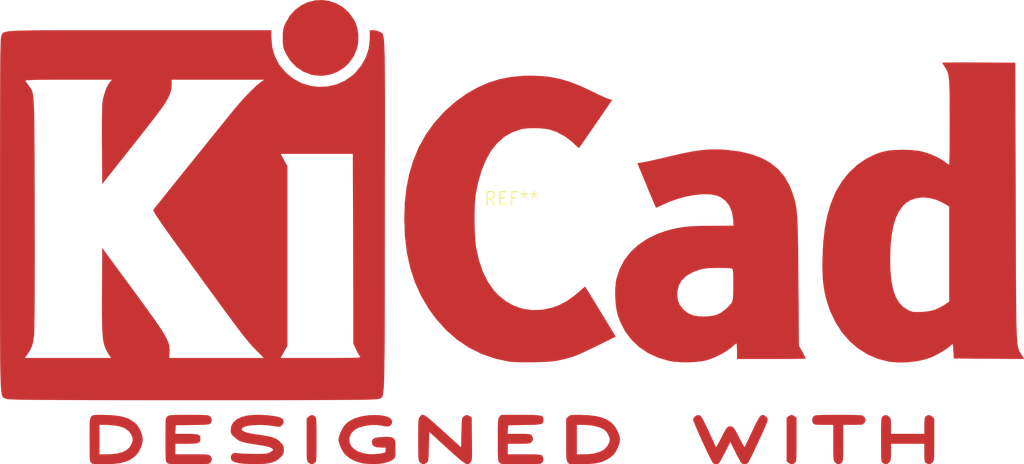
<source format=kicad_pcb>
(kicad_pcb (version 20240108) (generator pcbnew)
  (layers (0 "F.Cu" signal) (31 "B.Cu" signal) (34 "B.Paste" user) (35 "F.Paste" user) (36 "B.SilkS" user "B.Silkscreen") (37 "F.SilkS" user "F.Silkscreen") (38 "B.Mask" user) (39 "F.Mask" user) (44 "Edge.Cuts" user))
  (net 0 "")
  (footprint "KiCad-Logo2_40mm_Copper" (layer "F.Cu") (at 0 0)
    (property "Reference" "REF**")
    (property "Value" "KiCad-Logo2_40mm_Copper")
    (fp_poly (pts (xy 27.965525 21.545023) (xy 28.123846 21.643638) (xy 28.30178 21.78772) (xy 28.30178 23.934538) (xy 28.301214 24.562512) (xy 28.298787 25.057262) (xy 28.293409 25.436301) (xy 28.28399 25.717145) (xy 28.269437 25.917309) (xy 28.248662 26.054306) (xy 28.220572 26.145653) (xy 28.184077 26.208864) (xy 28.1582 26.24001) (xy 27.948297 26.376833) (xy 27.709274 26.371253) (xy 27.499893 26.254582) (xy 27.321958 26.1105) (xy 27.321958 21.78772) (xy 27.499893 21.643638) (xy 27.671626 21.538829) (xy 27.811869 21.499555) (xy 27.965525 21.545023)) (layer "F.Cu") (stroke (width 0.01)) (fill solid))
    (fp_poly (pts (xy -19.521068 21.650297) (xy -19.477131 21.70086) (xy -19.442664 21.766088) (xy -19.416523 21.863456) (xy -19.397561 22.010435) (xy -19.384632 22.224501) (xy -19.376591 22.523127) (xy -19.372292 22.923787) (xy -19.37059 23.443953) (xy -19.370326 23.94911) (xy -19.370791 24.575684) (xy -19.37295 25.068991) (xy -19.377948 25.446504) (xy -19.386932 25.725697) (xy -19.401047 25.924043) (xy -19.421439 26.059017) (xy -19.449254 26.148092) (xy -19.485637 26.208742) (xy -19.521068 26.247923) (xy -19.741418 26.379321) (xy -19.976202 26.367529) (xy -20.186268 26.224223) (xy -20.234534 26.168273) (xy -20.272255 26.103358) (xy -20.300731 26.011534) (xy -20.32126 25.874855) (xy -20.33514 25.675378) (xy -20.34367 25.395156) (xy -20.348149 25.016246) (xy -20.349875 24.520702) (xy -20.350148 23.959669) (xy -20.350148 21.869558) (xy -20.165147 21.684557) (xy -19.937112 21.52891) (xy -19.715914 21.5233) (xy -19.521068 21.650297)) (layer "F.Cu") (stroke (width 0.01)) (fill solid))
    (fp_poly (pts (xy -18.076147 -19.650519) (xy -17.392473 -19.413475) (xy -16.755948 -19.040369) (xy -16.187475 -18.531249) (xy -15.707957 -17.886164) (xy -15.492558 -17.47957) (xy -15.306139 -16.910856) (xy -15.215783 -16.254297) (xy -15.225791 -15.579316) (xy -15.336888 -14.967668) (xy -15.640538 -14.220254) (xy -16.080859 -13.571926) (xy -16.635471 -13.035442) (xy -17.281992 -12.623556) (xy -17.998045 -12.349026) (xy -18.761249 -12.224609) (xy -19.549223 -12.26306) (xy -19.937635 -12.345233) (xy -20.694616 -12.639697) (xy -21.366937 -13.089033) (xy -21.938382 -13.679389) (xy -22.392732 -14.396911) (xy -22.431172 -14.475269) (xy -22.564057 -14.769316) (xy -22.647495 -15.016965) (xy -22.692796 -15.278216) (xy -22.711271 -15.613068) (xy -22.714337 -15.977419) (xy -22.709267 -16.415171) (xy -22.68638 -16.731635) (xy -22.634165 -16.987491) (xy -22.541108 -17.243421) (xy -22.426241 -17.495922) (xy -21.997791 -18.212699) (xy -21.470172 -18.793068) (xy -20.864288 -19.237078) (xy -20.201041 -19.544779) (xy -19.501333 -19.71622) (xy -18.786068 -19.75145) (xy -18.076147 -19.650519)) (layer "F.Cu") (stroke (width 0.01)) (fill solid))
    (fp_poly (pts (xy 33.13619 21.500201) (xy 33.661685 21.502726) (xy 34.06956 21.50801) (xy 34.376375 21.516933) (xy 34.598689 21.530377) (xy 34.753061 21.549221) (xy 34.856051 21.574347) (xy 34.924218 21.606634) (xy 34.957207 21.631454) (xy 35.128421 21.84868) (xy 35.149133 22.074218) (xy 35.043328 22.279107) (xy 34.974137 22.360979) (xy 34.89968 22.416805) (xy 34.791776 22.451571) (xy 34.622242 22.470262) (xy 34.362895 22.477866) (xy 33.985552 22.47937) (xy 33.911443 22.479377) (xy 32.937092 22.479377) (xy 32.937092 24.288279) (xy 32.93645 24.858447) (xy 32.933535 25.297163) (xy 32.926864 25.623713) (xy 32.914953 25.857385) (xy 32.896318 26.017466) (xy 32.869475 26.123244) (xy 32.832942 26.194005) (xy 32.78635 26.247923) (xy 32.566473 26.380422) (xy 32.336938 26.369982) (xy 32.128776 26.218808) (xy 32.113482 26.200073) (xy 32.063694 26.129251) (xy 32.025762 26.046386) (xy 31.998082 25.931342) (xy 31.979048 25.763987) (xy 31.967055 25.524184) (xy 31.960499 25.191799) (xy 31.957773 24.746698) (xy 31.95727 24.240429) (xy 31.95727 22.479377) (xy 31.026815 22.479377) (xy 30.62752 22.476675) (xy 30.351085 22.466145) (xy 30.169686 22.444154) (xy 30.055501 22.407066) (xy 29.980704 22.351247) (xy 29.971622 22.341543) (xy 29.86241 22.119623) (xy 29.872068 21.868738) (xy 29.997626 21.650297) (xy 30.046183 21.607925) (xy 30.108788 21.574329) (xy 30.202138 21.548491) (xy 30.342927 21.529398) (xy 30.547851 21.516034) (xy 30.833605 21.507384) (xy 31.216884 21.502433) (xy 31.714385 21.500165) (xy 32.342802 21.499564) (xy 32.476517 21.499555) (xy 33.13619 21.500201)) (layer "F.Cu") (stroke (width 0.01)) (fill solid))
    (fp_poly (pts (xy 41.587101 21.536052) (xy 41.796601 21.684557) (xy 41.981602 21.869558) (xy 41.981602 23.93552) (xy 41.981119 24.548956) (xy 41.978827 25.029939) (xy 41.973467 25.396752) (xy 41.963775 25.667684) (xy 41.948492 25.86102) (xy 41.926355 25.995045) (xy 41.896103 26.088048) (xy 41.856474 26.158313) (xy 41.82539 26.200073) (xy 41.620212 26.36414) (xy 41.384621 26.381948) (xy 41.169293 26.281335) (xy 41.098141 26.221935) (xy 41.050579 26.143033) (xy 41.021891 26.015977) (xy 41.00736 25.812112) (xy 41.002268 25.502787) (xy 41.00178 25.263827) (xy 41.00178 24.36365) (xy 37.68546 24.36365) (xy 37.68546 25.182566) (xy 37.682031 25.557033) (xy 37.66831 25.814387) (xy 37.639149 25.98817) (xy 37.589398 26.111922) (xy 37.529248 26.200073) (xy 37.322921 26.363679) (xy 37.089588 26.383052) (xy 36.866208 26.266766) (xy 36.805221 26.205806) (xy 36.762147 26.124993) (xy 36.733737 25.999114) (xy 36.716741 25.802954) (xy 36.707911 25.511301) (xy 36.703999 25.098942) (xy 36.703541 25.004303) (xy 36.700311 24.227356) (xy 36.698646 23.587049) (xy 36.699189 23.069281) (xy 36.702582 22.659953) (xy 36.709467 22.344965) (xy 36.720489 22.110216) (xy 36.736287 21.941608) (xy 36.757507 21.82504) (xy 36.784789 21.746413) (xy 36.818776 21.691626) (xy 36.85638 21.650297) (xy 37.069104 21.518095) (xy 37.290959 21.536052) (xy 37.500459 21.684557) (xy 37.585234 21.780368) (xy 37.639273 21.8862) (xy 37.669424 22.036931) (xy 37.682537 22.267438) (xy 37.685458 22.612597) (xy 37.68546 22.626693) (xy 37.68546 23.383828) (xy 41.00178 23.383828) (xy 41.00178 22.592434) (xy 41.005164 22.22784) (xy 41.018756 21.981656) (xy 41.047715 21.821635) (xy 41.097201 21.71553) (xy 41.152522 21.650297) (xy 41.365247 21.518095) (xy 41.587101 21.536052)) (layer "F.Cu") (stroke (width 0.01)) (fill solid))
    (fp_poly (pts (xy 6.7988 21.500944) (xy 7.659938 21.53006) (xy 8.392374 21.618358) (xy 9.008186 21.771123) (xy 9.519449 21.993641) (xy 9.938241 22.2912) (xy 10.276637 22.669085) (xy 10.546715 23.132583) (xy 10.552028 23.143885) (xy 10.713212 23.558713) (xy 10.770642 23.926101) (xy 10.724098 24.295835) (xy 10.573358 24.7177) (xy 10.54477 24.781898) (xy 10.349815 25.157636) (xy 10.130714 25.447968) (xy 9.847937 25.694772) (xy 9.461953 25.939923) (xy 9.439529 25.952722) (xy 9.103517 26.114128) (xy 8.723734 26.234673) (xy 8.275773 26.318513) (xy 7.735229 26.369806) (xy 7.077699 26.39271) (xy 6.845381 26.3947) (xy 5.739131 26.398665) (xy 5.582918 26.200073) (xy 5.536582 26.134771) (xy 5.500434 26.058512) (xy 5.473213 25.95301) (xy 5.453659 25.799978) (xy 5.44051 25.581131) (xy 5.436222 25.418843) (xy 6.481899 25.418843) (xy 7.108709 25.418843) (xy 7.475502 25.408118) (xy 7.852034 25.37989) (xy 8.161062 25.340081) (xy 8.179714 25.336729) (xy 8.728589 25.189481) (xy 9.154321 24.968251) (xy 9.47038 24.662777) (xy 9.690236 24.262796) (xy 9.728467 24.156786) (xy 9.76594 23.991686) (xy 9.749717 23.828571) (xy 9.670774 23.611573) (xy 9.62319 23.504973) (xy 9.467362 23.221699) (xy 9.279617 23.022965) (xy 9.073046 22.884571) (xy 8.659267 22.704476) (xy 8.129716 22.574021) (xy 7.512816 22.4989) (xy 7.066024 22.482369) (xy 6.481899 22.479377) (xy 6.481899 25.418843) (xy 5.436222 25.418843) (xy 5.432504 25.278182) (xy 5.428379 24.872845) (xy 5.426876 24.346833) (xy 5.426706 23.93552) (xy 5.426706 21.869558) (xy 5.611708 21.684557) (xy 5.693813 21.609568) (xy 5.782591 21.558215) (xy 5.906568 21.526085) (xy 6.094271 21.508766) (xy 6.374223 21.501846) (xy 6.774952 21.500912) (xy 6.7988 21.500944)) (layer "F.Cu") (stroke (width 0.01)) (fill solid))
    (fp_poly (pts (xy -40.869689 21.49955) (xy -40.606083 21.502228) (xy -39.833679 21.520866) (xy -39.186792 21.576226) (xy -38.643377 21.674248) (xy -38.181384 21.82087) (xy -37.778768 22.022031) (xy -37.413481 22.28367) (xy -37.28301 22.397323) (xy -37.066581 22.663256) (xy -36.871424 23.024119) (xy -36.721009 23.424118) (xy -36.638806 23.807456) (xy -36.630267 23.94911) (xy -36.683789 24.341784) (xy -36.82722 24.770707) (xy -37.034859 25.176697) (xy -37.281003 25.500569) (xy -37.320985 25.539645) (xy -37.659648 25.814309) (xy -38.030507 26.028718) (xy -38.454943 26.18849) (xy -38.954338 26.299242) (xy -39.550071 26.366592) (xy -40.263525 26.396159) (xy -40.590319 26.398665) (xy -41.005826 26.396665) (xy -41.298031 26.388299) (xy -41.494348 26.370022) (xy -41.62219 26.338286) (xy -41.708972 26.289545) (xy -41.75549 26.247923) (xy -41.799427 26.19736) (xy -41.833894 26.132132) (xy -41.860035 26.034765) (xy -41.878997 25.887785) (xy -41.891926 25.673719) (xy -41.899966 25.375093) (xy -41.904265 24.974433) (xy -41.905968 24.454267) (xy -41.906231 23.94911) (xy -41.907893 23.27535) (xy -41.907534 22.737122) (xy -41.90112 22.479377) (xy -40.92641 22.479377) (xy -40.92641 25.418843) (xy -40.304599 25.418274) (xy -39.930441 25.407543) (xy -39.538567 25.379898) (xy -39.21161 25.34123) (xy -39.201663 25.339637) (xy -38.673235 25.211877) (xy -38.263367 25.012899) (xy -37.951592 24.72975) (xy -37.753496 24.423181) (xy -37.631437 24.08311) (xy -37.640902 23.763795) (xy -37.782558 23.421514) (xy -38.059642 23.067423) (xy -38.443606 22.805042) (xy -38.94269 22.62966) (xy -39.276236 22.567592) (xy -39.654856 22.524005) (xy -40.056135 22.492458) (xy -40.39744 22.479343) (xy -40.417656 22.479281) (xy -40.92641 22.479377) (xy -41.90112 22.479377) (xy -41.897136 22.319334) (xy -41.86868 22.006898) (xy -41.814147 21.78472) (xy -41.725519 21.637711) (xy -41.594778 21.550781) (xy -41.413905 21.508838) (xy -41.174881 21.496791) (xy -40.869689 21.49955)) (layer "F.Cu") (stroke (width 0.01)) (fill solid))
    (fp_poly (pts (xy -8.680285 21.528809) (xy -8.522944 21.621107) (xy -8.317219 21.772052) (xy -8.052446 21.988752) (xy -7.717962 22.278319) (xy -7.303105 22.647862) (xy -6.797212 23.104493) (xy -6.218101 23.629494) (xy -5.012166 24.723075) (xy -4.974481 23.255237) (xy -4.960875 22.749972) (xy -4.947747 22.3737) (xy -4.932195 22.104713) (xy -4.911314 21.9213) (xy -4.882198 21.801752) (xy -4.841945 21.724359) (xy -4.787649 21.66741) (xy -4.758861 21.643477) (xy -4.528315 21.516938) (xy -4.308934 21.535439) (xy -4.134908 21.643542) (xy -3.956973 21.787528) (xy -3.934843 23.890326) (xy -3.928718 24.50876) (xy -3.9256 24.994582) (xy -3.92657 25.36591) (xy -3.932708 25.640862) (xy -3.945091 25.837554) (xy -3.964801 25.974105) (xy -3.992916 26.068633) (xy -4.030516 26.139255) (xy -4.072213 26.195894) (xy -4.162427 26.300938) (xy -4.252188 26.370569) (xy -4.353943 26.397294) (xy -4.480145 26.373624) (xy -4.643241 26.292068) (xy -4.855682 26.145133) (xy -5.129917 25.925329) (xy -5.478397 25.625164) (xy -5.913571 25.237148) (xy -6.406528 24.791311) (xy -8.177745 23.184661) (xy -8.21543 24.647701) (xy -8.229061 25.152045) (xy -8.242221 25.527438) (xy -8.257829 25.795634) (xy -8.278803 25.978385) (xy -8.308064 26.097444) (xy -8.348528 26.174565) (xy -8.403116 26.231501) (xy -8.43105 26.254703) (xy -8.677955 26.38216) (xy -8.911251 26.362934) (xy -9.114411 26.200073) (xy -9.160886 26.134553) (xy -9.197108 26.058034) (xy -9.224351 25.952158) (xy -9.243889 25.798567) (xy -9.256995 25.578904) (xy -9.264945 25.274808) (xy -9.269012 24.867923) (xy -9.270471 24.33989) (xy -9.270623 23.94911) (xy -9.270133 23.337883) (xy -9.267814 22.859039) (xy -9.262392 22.494219) (xy -9.252592 22.225065) (xy -9.237141 22.033219) (xy -9.214764 21.900322) (xy -9.184189 21.808018) (xy -9.14414 21.737946) (xy -9.114411 21.698147) (xy -9.039053 21.60387) (xy -8.968624 21.532687) (xy -8.892462 21.49171) (xy -8.799903 21.488047) (xy -8.680285 21.528809)) (layer "F.Cu") (stroke (width 0.01)) (fill solid))
    (fp_poly (pts (xy -13.019829 21.53649) (xy -12.562373 21.613247) (xy -12.21104 21.732568) (xy -11.982471 21.889679) (xy -11.920187 21.979312) (xy -11.856848 22.187783) (xy -11.899473 22.376375) (xy -12.034029 22.555221) (xy -12.243104 22.638887) (xy -12.546471 22.632093) (xy -12.781108 22.586763) (xy -13.302498 22.5004) (xy -13.835336 22.492193) (xy -14.431744 22.562292) (xy -14.596486 22.591993) (xy -15.151052 22.74835) (xy -15.584905 22.980935) (xy -15.893286 23.285784) (xy -16.071439 23.658933) (xy -16.108285 23.851851) (xy -16.084167 24.243257) (xy -15.928458 24.58955) (xy -15.655348 24.883979) (xy -15.279025 25.119797) (xy -14.813676 25.290254) (xy -14.273491 25.388601) (xy -13.672657 25.408089) (xy -13.025363 25.341969) (xy -12.988815 25.335735) (xy -12.731357 25.287781) (xy -12.588607 25.241462) (xy -12.526734 25.172735) (xy -12.511908 25.057558) (xy -12.511573 24.996566) (xy -12.511573 24.740505) (xy -12.968753 24.740505) (xy -13.372475 24.712848) (xy -13.647984 24.624718) (xy -13.808286 24.468372) (xy -13.866386 24.236069) (xy -13.867095 24.205747) (xy -13.833102 24.007188) (xy -13.716537 23.865407) (xy -13.499591 23.77158) (xy -13.164454 23.716883) (xy -12.839838 23.696772) (xy -12.368028 23.685235) (xy -12.025801 23.70284) (xy -11.792396 23.767807) (xy -11.647051 23.89835) (xy -11.569003 24.112689) (xy -11.537492 24.42904) (xy -11.531751 24.844539) (xy -11.541157 25.308322) (xy -11.569459 25.623794) (xy -11.61678 25.792216) (xy -11.625964 25.805408) (xy -11.885792 26.015857) (xy -12.266744 26.182517) (xy -12.744669 26.301827) (xy -13.295418 26.37023) (xy -13.89484 26.384164) (xy -14.518784 26.34007) (xy -14.885757 26.285906) (xy -15.461344 26.12299) (xy -15.996307 25.856644) (xy -16.444206 25.510967) (xy -16.512283 25.441877) (xy -16.733468 25.15142) (xy -16.933042 24.79144) (xy -17.08769 24.414039) (xy -17.174098 24.071316) (xy -17.18451 23.939685) (xy -17.140176 23.665113) (xy -17.022339 23.323494) (xy -16.85361 22.963906) (xy -16.6566 22.635429) (xy -16.482542 22.416025) (xy -16.075578 22.089664) (xy -15.549496 21.829903) (xy -14.923151 21.642618) (xy -14.215395 21.533686) (xy -13.566766 21.507069) (xy -13.019829 21.53649)) (layer "F.Cu") (stroke (width 0.01)) (fill solid))
    (fp_poly (pts (xy 1.537898 21.500844) (xy 2.047711 21.506946) (xy 2.438392 21.521217) (xy 2.72574 21.547011) (xy 2.925558 21.587685) (xy 3.053645 21.646592) (xy 3.125804 21.727088) (xy 3.157834 21.832527) (xy 3.165538 21.966266) (xy 3.165579 21.982058) (xy 3.15889 22.133329) (xy 3.127276 22.25024) (xy 3.053413 22.337512) (xy 2.919981 22.399864) (xy 2.709655 22.442018) (xy 2.405114 22.468693) (xy 1.989036 22.48461) (xy 1.444097 22.49449) (xy 1.277074 22.496678) (xy -0.339169 22.517063) (xy -0.361773 22.950445) (xy -0.384377 23.383828) (xy 0.738266 23.383828) (xy 1.176853 23.385446) (xy 1.490022 23.392289) (xy 1.70308 23.407342) (xy 1.841333 23.433591) (xy 1.930089 23.474021) (xy 1.994655 23.531615) (xy 1.995069 23.532073) (xy 2.11217 23.756533) (xy 2.107937 23.999134) (xy 1.985037 24.205942) (xy 1.960715 24.227196) (xy 1.874388 24.281981) (xy 1.756095 24.320094) (xy 1.579476 24.344407) (xy 1.31817 24.35779) (xy 0.945817 24.363113) (xy 0.707674 24.36365) (xy -0.376855 24.36365) (xy -0.376855 25.418843) (xy 1.269624 25.418843) (xy 1.813224 25.419794) (xy 2.226032 25.423681) (xy 2.527992 25.432056) (xy 2.739047 25.446472) (xy 2.879142 25.468479) (xy 2.968219 25.499631) (xy 3.026223 25.54148) (xy 3.040841 25.556677) (xy 3.148763 25.767298) (xy 3.156658 26.00691) (xy 3.068119 26.214661) (xy 2.998066 26.281335) (xy 2.925194 26.318039) (xy 2.81228 26.346436) (xy 2.641465 26.367521) (xy 2.394888 26.382288) (xy 2.054688 26.391731) (xy 1.603004 26.396844) (xy 1.021975 26.398622) (xy 0.890617 26.398665) (xy 0.299852 26.398278) (xy -0.15872 26.396145) (xy -0.503649 26.390802) (xy -0.753483 26.380789) (xy -0.926771 26.364645) (xy -1.042063 26.340907) (xy -1.117908 26.308115) (xy -1.172854 26.264807) (xy -1.202999 26.233711) (xy -1.248373 26.178633) (xy -1.283821 26.110403) (xy -1.310566 26.01113) (xy -1.329828 25.86292) (xy -1.342829 25.647879) (xy -1.350791 25.348115) (xy -1.354935 24.945735) (xy -1.356483 24.422845) (xy -1.356677 23.982748) (xy -1.356202 23.366064) (xy -1.353951 22.881939) (xy -1.348679 22.512192) (xy -1.339144 22.238641) (xy -1.324102 22.043105) (xy -1.302311 21.907403) (xy -1.272526 21.813352) (xy -1.233505 21.742771) (xy -1.200464 21.698147) (xy -1.044252 21.499555) (xy 0.893151 21.499555) (xy 1.537898 21.500844)) (layer "F.Cu") (stroke (width 0.01)) (fill solid))
    (fp_poly (pts (xy -31.465242 21.500085) (xy -31.001832 21.502571) (xy -30.652052 21.508354) (xy -30.397347 21.518778) (xy -30.219162 21.535183) (xy -30.098943 21.558914) (xy -30.018133 21.591311) (xy -29.958177 21.633717) (xy -29.936467 21.653233) (xy -29.804437 21.860593) (xy -29.780664 22.098855) (xy -29.867518 22.310378) (xy -29.907678 22.353129) (xy -29.972636 22.394577) (xy -30.077229 22.426552) (xy -30.24085 22.450611) (xy -30.482897 22.468308) (xy -30.822764 22.481199) (xy -31.279847 22.490841) (xy -31.697738 22.496709) (xy -33.351632 22.517063) (xy -33.374236 22.950445) (xy -33.39684 23.383828) (xy -32.274197 23.383828) (xy -31.786816 23.388033) (xy -31.430006 23.405621) (xy -31.183714 23.444052) (xy -31.027885 23.510786) (xy -30.942466 23.613282) (xy -30.907402 23.759002) (xy -30.902077 23.894243) (xy -30.918626 24.060185) (xy -30.981077 24.18246) (xy -31.108638 24.267457) (xy -31.320519 24.321567) (xy -31.635926 24.351178) (xy -32.074069 24.36268) (xy -32.31321 24.36365) (xy -33.389318 24.36365) (xy -33.389318 25.418843) (xy -31.731157 25.418843) (xy -31.187623 25.4196) (xy -30.774535 25.423) (xy -30.471598 25.430733) (xy -30.258519 25.44449) (xy -30.115005 25.465963) (xy -30.020762 25.496842) (xy -29.955496 25.53882) (xy -29.922255 25.569585) (xy -29.808225 25.749142) (xy -29.771513 25.908754) (xy -29.823935 26.103714) (xy -29.922255 26.247923) (xy -29.974711 26.293321) (xy -30.042425 26.328573) (xy -30.143613 26.354957) (xy -30.29649 26.37375) (xy -30.519271 26.386231) (xy -30.83017 26.393679) (xy -31.247403 26.397371) (xy -31.789185 26.398586) (xy -32.070326 26.398665) (xy -32.672387 26.398132) (xy -33.141923 26.395682) (xy -33.497148 26.390037) (xy -33.756277 26.379917) (xy -33.937525 26.364045) (xy -34.059108 26.341143) (xy -34.13924 26.309933) (xy -34.196136 26.269135) (xy -34.218398 26.247923) (xy -34.262457 26.197204) (xy -34.296989 26.13177) (xy -34.323152 26.034088) (xy -34.342102 25.886622) (xy -34.354995 25.671838) (xy -34.362987 25.372202) (xy -34.367236 24.970178) (xy -34.368896 24.448231) (xy -34.36914 23.962248) (xy -34.368915 23.339883) (xy -34.367349 22.850651) (xy -34.363107 22.476945) (xy -34.354851 22.201154) (xy -34.341247 22.005672) (xy -34.320957 21.87289) (xy -34.292646 21.785199) (xy -34.254977 21.724992) (xy -34.206613 21.674658) (xy -34.194697 21.663435) (xy -34.136874 21.613757) (xy -34.069687 21.575286) (xy -33.974498 21.546591) (xy -33.832673 21.526241) (xy -33.625573 21.512804) (xy -33.334563 21.50485) (xy -32.941006 21.500947) (xy -32.426265 21.499663) (xy -32.060838 21.499555) (xy -31.465242 21.500085)) (layer "F.Cu") (stroke (width 0.01)) (fill solid))
    (fp_poly (pts (xy 25.001474 21.512691) (xy 25.132265 21.55943) (xy 25.137312 21.561718) (xy 25.314924 21.697259) (xy 25.412783 21.836682) (xy 25.431931 21.902052) (xy 25.430986 21.988911) (xy 25.404041 22.112649) (xy 25.345193 22.288657) (xy 25.248535 22.532322) (xy 25.108164 22.859037) (xy 24.918172 23.284189) (xy 24.672656 23.82317) (xy 24.537519 24.117762) (xy 24.293494 24.643671) (xy 24.064416 25.127304) (xy 23.859029 25.550978) (xy 23.686076 25.897012) (xy 23.5543 26.147723) (xy 23.472445 26.28543) (xy 23.456247 26.304451) (xy 23.248999 26.388368) (xy 23.014904 26.377129) (xy 22.827154 26.275066) (xy 22.819505 26.266766) (xy 22.744818 26.1537) (xy 22.619538 25.933476) (xy 22.459111 25.634438) (xy 22.278985 25.284932) (xy 22.214251 25.156138) (xy 21.725615 24.17741) (xy 21.193001 25.240608) (xy 21.002894 25.607962) (xy 20.82652 25.92655) (xy 20.678287 26.171983) (xy 20.572604 26.319876) (xy 20.536789 26.351236) (xy 20.258393 26.393709) (xy 20.02867 26.304451) (xy 19.961096 26.20906) (xy 19.84416 25.997055) (xy 19.687402 25.689297) (xy 19.500361 25.306648) (xy 19.292577 24.869969) (xy 19.073588 24.40012) (xy 18.852935 23.917963) (xy 18.640156 23.444359) (xy 18.44479 23.00017) (xy 18.276378 22.606255) (xy 18.144458 22.283477) (xy 18.058569 22.052696) (xy 18.028252 21.934773) (xy 18.02856 21.930503) (xy 18.102327 21.782117) (xy 18.249771 21.630989) (xy 18.258454 21.624413) (xy 18.439673 21.521979) (xy 18.607291 21.522971) (xy 18.670114 21.542283) (xy 18.746667 21.584019) (xy 18.827963 21.66612) (xy 18.923752 21.805616) (xy 19.043788 22.01954) (xy 19.197821 22.324922) (xy 19.395605 22.738794) (xy 19.573968 23.120832) (xy 19.779173 23.563677) (xy 19.963053 23.961919) (xy 20.116055 24.294753) (xy 20.228627 24.541375) (xy 20.291216 24.68098) (xy 20.300344 24.702819) (xy 20.3414 24.667118) (xy 20.435756 24.517639) (xy 20.570859 24.276198) (xy 20.734153 23.964612) (xy 20.799134 23.836054) (xy 21.019257 23.401956) (xy 21.189016 23.08582) (xy 21.322339 22.869265) (xy 21.433157 22.733913) (xy 21.535401 22.661381) (xy 21.643002 22.633291) (xy 21.713123 22.630119) (xy 21.836816 22.641079) (xy 21.945207 22.686411) (xy 22.052906 22.78479) (xy 22.174523 22.954891) (xy 22.324669 23.21539) (xy 22.517954 23.584963) (xy 22.624598 23.795196) (xy 22.797577 24.130255) (xy 22.948445 24.408113) (xy 23.063891 24.605325) (xy 23.130602 24.698446) (xy 23.139673 24.702324) (xy 23.182756 24.629035) (xy 23.279212 24.438731) (xy 23.419381 24.151331) (xy 23.593605 23.786749) (xy 23.792224 23.364903) (xy 23.889928 23.155373) (xy 24.144103 22.614619) (xy 24.348773 22.198519) (xy 24.514566 21.893499) (xy 24.652107 21.685981) (xy 24.772021 21.562391) (xy 24.884935 21.509153) (xy 25.001474 21.512691)) (layer "F.Cu") (stroke (width 0.01)) (fill solid))
    (fp_poly (pts (xy -24.647865 21.508131) (xy -24.148358 21.543051) (xy -23.683791 21.59759) (xy -23.281168 21.669695) (xy -22.967493 21.757313) (xy -22.76977 21.858393) (xy -22.739422 21.888145) (xy -22.633887 22.119029) (xy -22.665889 22.356056) (xy -22.829579 22.558849) (xy -22.837389 22.56466) (xy -22.933669 22.627144) (xy -23.034176 22.66) (xy -23.174366 22.66399) (xy -23.389696 22.639876) (xy -23.715622 22.58842) (xy -23.74184 22.584087) (xy -24.227484 22.524424) (xy -24.751448 22.494993) (xy -25.276959 22.494708) (xy -25.767245 22.522484) (xy -26.185533 22.577235) (xy -26.495052 22.657875) (xy -26.515389 22.66598) (xy -26.739933 22.791789) (xy -26.818825 22.919111) (xy -26.757065 23.044328) (xy -26.559657 23.163825) (xy -26.2316 23.273983) (xy -25.777898 23.371188) (xy -25.475371 23.41799) (xy -24.846513 23.508011) (xy -24.346357 23.590303) (xy -23.953598 23.671991) (xy -23.646928 23.760201) (xy -23.405042 23.862059) (xy -23.206634 23.98469) (xy -23.030398 24.135219) (xy -22.888776 24.283038) (xy -22.72076 24.489) (xy -22.638074 24.666101) (xy -22.612215 24.884301) (xy -22.611276 24.964212) (xy -22.630698 25.229382) (xy -22.708318 25.426657) (xy -22.842659 25.601758) (xy -23.115685 25.869421) (xy -23.420139 26.073547) (xy -23.778643 26.220792) (xy -24.21382 26.317813) (xy -24.748291 26.371266) (xy -25.404679 26.387809) (xy -25.513056 26.387529) (xy -25.95077 26.378456) (xy -26.384859 26.35784) (xy -26.768004 26.328639) (xy -27.052888 26.293812) (xy -27.075927 26.289813) (xy -27.359172 26.222716) (xy -27.599418 26.137958) (xy -27.735423 26.06047) (xy -27.86199 25.856042) (xy -27.870802 25.617996) (xy -27.761694 25.405856) (xy -27.737282 25.381867) (xy -27.636378 25.310595) (xy -27.510184 25.279885) (xy -27.314881 25.285112) (xy -27.077787 25.312275) (xy -26.812856 25.336541) (xy -26.44147 25.357012) (xy -26.007903 25.371868) (xy -25.556427 25.379285) (xy -25.437686 25.379775) (xy -24.984529 25.377948) (xy -24.652883 25.36915) (xy -24.413567 25.35033) (xy -24.237399 25.318435) (xy -24.095198 25.270413) (xy -24.009743 25.230416) (xy -23.821958 25.119357) (xy -23.702233 25.018777) (xy -23.684737 24.990264) (xy -23.72165 24.872528) (xy -23.897136 24.758551) (xy -24.199034 24.653506) (xy -24.615182 24.562567) (xy -24.737789 24.542308) (xy -25.378196 24.441724) (xy -25.889295 24.35765) (xy -26.290812 24.283978) (xy -26.602476 24.214597) (xy -26.844012 24.143399) (xy -27.035148 24.064275) (xy -27.19561 23.971115) (xy -27.345126 23.85781) (xy -27.503423 23.718251) (xy -27.556691 23.66932) (xy -27.74345 23.486713) (xy -27.842311 23.342033) (xy -27.880986 23.176473) (xy -27.88724 22.967839) (xy -27.81838 22.558712) (xy -27.612584 22.2111) (xy -27.271035 21.926127) (xy -26.794913 21.704916) (xy -26.455193 21.605694) (xy -26.085974 21.541611) (xy -25.643677 21.505358) (xy -25.155306 21.494882) (xy -24.647865 21.508131)) (layer "F.Cu") (stroke (width 0.01)) (fill solid))
    (fp_poly (pts (xy 2.91731 -12.197409) (xy 3.899021 -12.089935) (xy 4.850132 -11.897568) (xy 5.809334 -11.610276) (xy 6.81532 -11.218022) (xy 7.90678 -10.710775) (xy 8.103339 -10.612522) (xy 8.554413 -10.3903) (xy 8.979838 -10.190201) (xy 9.337626 -10.031336) (xy 9.585788 -9.932816) (xy 9.62391 -9.920412) (xy 9.989247 -9.810954) (xy 8.353853 -7.431821) (xy 7.954021 -6.85035) (xy 7.588463 -6.3191) (xy 7.269611 -5.856106) (xy 7.009897 -5.479405) (xy 6.821751 -5.207034) (xy 6.717605 -5.057029) (xy 6.700685 -5.033272) (xy 6.631963 -5.082943) (xy 6.462798 -5.232265) (xy 6.223446 -5.454115) (xy 6.091353 -5.579509) (xy 5.342942 -6.174774) (xy 4.502422 -6.627107) (xy 3.778136 -6.874876) (xy 3.343358 -6.952689) (xy 2.798978 -7.000108) (xy 2.209023 -7.016253) (xy 1.63752 -7.000245) (xy 1.148496 -6.951206) (xy 0.953357 -6.913649) (xy 0.073824 -6.611051) (xy -0.718739 -6.149014) (xy -1.423747 -5.528383) (xy -2.040612 -4.750003) (xy -2.568748 -3.814719) (xy -3.007568 -2.723375) (xy -3.356485 -1.476817) (xy -3.56385 -0.409678) (xy -3.617951 0.061422) (xy -3.654812 0.670014) (xy -3.67479 1.372365) (xy -3.678241 2.12474) (xy -3.665521 2.883406) (xy -3.636987 3.604629) (xy -3.592995 4.244675) (xy -3.5339 4.759809) (xy -3.521108 4.839288) (xy -3.239164 6.119535) (xy -2.855014 7.252612) (xy -2.366323 8.243595) (xy -1.770752 9.09756) (xy -1.348 9.559251) (xy -0.588248 10.186092) (xy 0.24496 10.650735) (xy 1.137568 10.950651) (xy 2.075522 11.083312) (xy 3.044766 11.04619) (xy 4.031244 10.836755) (xy 4.614467 10.631824) (xy 5.421553 10.221455) (xy 6.253401 9.632791) (xy 6.719365 9.234707) (xy 6.981005 9.004303) (xy 7.186568 8.835264) (xy 7.303576 8.753812) (xy 7.3181 8.751327) (xy 7.370325 8.834557) (xy 7.505643 9.054495) (xy 7.712525 9.392285) (xy 7.979445 9.829072) (xy 8.294876 10.346001) (xy 8.647289 10.924217) (xy 8.843446 11.246321) (xy 10.341756 13.707338) (xy 8.471057 14.631832) (xy 7.794681 14.963908) (xy 7.246759 15.225765) (xy 6.793798 15.430409) (xy 6.402305 15.590844) (xy 6.038789 15.720076) (xy 5.669755 15.83111) (xy 5.261713 15.936952) (xy 4.870609 16.029898) (xy 4.522985 16.101819) (xy 4.15944 16.156171) (xy 3.743579 16.19597) (xy 3.23901 16.224232) (xy 2.609337 16.243975) (xy 2.184946 16.252496) (xy 1.579411 16.258312) (xy 0.998779 16.25538) (xy 0.481476 16.244535) (xy 0.065926 16.226613) (xy -0.209446 16.20245) (xy -0.225764 16.200041) (xy -1.655696 15.890683) (xy -2.998501 15.421498) (xy -4.253705 14.792797) (xy -5.420838 14.004888) (xy -6.499426 13.058081) (xy -7.488997 11.952685) (xy -8.20567 10.970251) (xy -8.968629 9.684328) (xy -9.585369 8.326319) (xy -10.058872 6.885334) (xy -10.392119 5.350487) (xy -10.588094 3.71089) (xy -10.649836 2.045999) (xy -10.599056 0.435447) (xy -10.43948 -1.050525) (xy -10.166037 -2.436981) (xy -9.773656 -3.748987) (xy -9.257267 -5.011607) (xy -9.195608 -5.142417) (xy -8.516313 -6.365201) (xy -7.681992 -7.528801) (xy -6.716282 -8.609133) (xy -5.64282 -9.582111) (xy -4.485245 -10.423652) (xy -3.406621 -11.040952) (xy -2.316985 -11.524433) (xy -1.225036 -11.874656) (xy -0.088504 -12.101157) (xy 1.134884 -12.213466) (xy 1.866308 -12.230025) (xy 2.91731 -12.197409)) (layer "F.Cu") (stroke (width 0.01)) (fill solid))
    (fp_poly (pts (xy 45.369891 -13.54794) (xy 46.144181 -13.544763) (xy 46.407347 -13.543159) (xy 50.026164 -13.519355) (xy 50.071684 0.364158) (xy 50.077696 2.246803) (xy 50.083028 3.956215) (xy 50.088021 5.501238) (xy 50.09302 6.890713) (xy 50.098365 8.133485) (xy 50.1044 9.238396) (xy 50.111467 10.214289) (xy 50.119909 11.070007) (xy 50.130067 11.814393) (xy 50.142285 12.456291) (xy 50.156905 13.004543) (xy 50.174269 13.467992) (xy 50.19472 13.855482) (xy 50.2186 14.175855) (xy 50.246252 14.437954) (xy 50.278019 14.650623) (xy 50.314242 14.822704) (xy 50.355264 14.963041) (xy 50.401428 15.080476) (xy 50.453076 15.183852) (xy 50.510551 15.282014) (xy 50.574195 15.383802) (xy 50.644351 15.498062) (xy 50.658731 15.522399) (xy 50.899987 15.934072) (xy 43.926523 15.88638) (xy 43.881003 15.120475) (xy 43.856219 14.752911) (xy 43.830391 14.540408) (xy 43.795345 14.456089) (xy 43.742909 14.473075) (xy 43.698924 14.521661) (xy 43.507323 14.698639) (xy 43.195045 14.926123) (xy 42.806085 15.176933) (xy 42.384439 15.423889) (xy 41.974106 15.63981) (xy 41.659045 15.78187) (xy 40.920915 16.015316) (xy 40.074023 16.180681) (xy 39.180889 16.271648) (xy 38.304036 16.281896) (xy 37.505984 16.205109) (xy 37.492844 16.20291) (xy 36.400844 15.928898) (xy 35.378626 15.492334) (xy 34.436049 14.902602) (xy 33.582974 14.169086) (xy 32.82926 13.301171) (xy 32.184766 12.308241) (xy 31.659353 11.199679) (xy 31.37328 10.378495) (xy 31.18463 9.691484) (xy 31.044728 9.026224) (xy 30.949298 8.342301) (xy 30.894062 7.599302) (xy 30.874743 6.756816) (xy 30.8833 6.068873) (xy 37.601086 6.068873) (xy 37.632875 7.222441) (xy 37.733156 8.214891) (xy 37.905012 9.055032) (xy 38.151529 9.751673) (xy 38.475793 10.313622) (xy 38.880888 10.749687) (xy 39.348486 11.057951) (xy 39.591801 11.173031) (xy 39.802824 11.242025) (xy 40.038092 11.273589) (xy 40.354142 11.276384) (xy 40.694623 11.264094) (xy 41.364205 11.205034) (xy 41.893783 11.089378) (xy 42.060215 11.031445) (xy 42.44025 10.86034) (xy 42.841076 10.645476) (xy 43.016129 10.537921) (xy 43.471326 10.23935) (xy 43.471326 0.775687) (xy 42.970609 0.47555) (xy 42.272307 0.136409) (xy 41.558862 -0.064162) (xy 40.856366 -0.127347) (xy 40.190911 -0.054328) (xy 39.588591 0.15371) (xy 39.075497 0.495586) (xy 38.909938 0.659687) (xy 38.510874 1.197372) (xy 38.18788 1.848236) (xy 37.938259 2.623437) (xy 37.75931 3.534129) (xy 37.648333 4.59147) (xy 37.602631 5.806614) (xy 37.601086 6.068873) (xy 30.8833 6.068873) (xy 30.886863 5.78252) (xy 30.963608 4.283862) (xy 31.117927 2.932093) (xy 31.353882 1.707523) (xy 31.675538 0.590459) (xy 32.086958 -0.43879) (xy 32.233772 -0.743928) (xy 32.825136 -1.739012) (xy 33.539768 -2.623308) (xy 34.360865 -3.382541) (xy 35.271626 -4.002439) (xy 36.255247 -4.468726) (xy 36.844865 -4.661072) (xy 37.423929 -4.775259) (xy 38.120683 -4.843197) (xy 38.876715 -4.864916) (xy 39.633616 -4.840446) (xy 40.332974 -4.769817) (xy 40.894507 -4.659015) (xy 41.562859 -4.441727) (xy 42.21065 -4.16231) (xy 42.777416 -3.849067) (xy 43.07907 -3.636473) (xy 43.287147 -3.478387) (xy 43.432845 -3.382129) (xy 43.465987 -3.368459) (xy 43.476263 -3.45653) (xy 43.485844 -3.70887) (xy 43.494518 -4.107672) (xy 43.502072 -4.635125) (xy 43.508294 -5.273422) (xy 43.512971 -6.004753) (xy 43.515892 -6.811311) (xy 43.516845 -7.632843) (xy 43.516313 -8.685081) (xy 43.513695 -9.572209) (xy 43.507463 -10.311197) (xy 43.496085 -10.919013) (xy 43.478031 -11.412626) (xy 43.451773 -11.809004) (xy 43.415779 -12.125116) (xy 43.368519 -12.377932) (xy 43.308464 -12.584419) (xy 43.234084 -12.761547) (xy 43.143847 -12.926283) (xy 43.036225 -13.095598) (xy 43.022379 -13.116561) (xy 42.883571 -13.33585) (xy 42.799766 -13.486641) (xy 42.78853 -13.518448) (xy 42.876343 -13.528483) (xy 43.126897 -13.536647) (xy 43.520859 -13.542806) (xy 44.038899 -13.546829) (xy 44.661687 -13.548585) (xy 45.369891 -13.54794)) (layer "F.Cu") (stroke (width 0.01)) (fill solid))
    (fp_poly (pts (xy 21.003171 -4.878774) (xy 21.45424 -4.84463) (xy 22.744807 -4.672925) (xy 23.887739 -4.399057) (xy 24.888601 -4.019258) (xy 25.752962 -3.529759) (xy 26.486389 -2.926793) (xy 27.094447 -2.206592) (xy 27.582705 -1.365386) (xy 27.939238 -0.455197) (xy 28.029739 -0.164862) (xy 28.108547 0.107024) (xy 28.17659 0.375097) (xy 28.234799 0.653997) (xy 28.284101 0.958361) (xy 28.325426 1.302825) (xy 28.359703 1.70203) (xy 28.387861 2.170611) (xy 28.410829 2.723206) (xy 28.429537 3.374454) (xy 28.444913 4.138993) (xy 28.457886 5.031459) (xy 28.469385 6.066491) (xy 28.48034 7.258726) (xy 28.488172 8.193548) (xy 28.54086 14.611828) (xy 28.882258 15.229478) (xy 29.043918 15.527037) (xy 29.16422 15.758161) (xy 29.221612 15.88118) (xy 29.223655 15.889514) (xy 29.135934 15.899051) (xy 28.886037 15.907838) (xy 28.49387 15.915629) (xy 27.979334 15.922176) (xy 27.362335 15.927233) (xy 26.662776 15.930551) (xy 25.900559 15.931885) (xy 25.809677 15.9319) (xy 22.395698 15.9319) (xy 22.395698 15.158064) (xy 22.389877 14.808356) (xy 22.374342 14.540903) (xy 22.351989 14.397504) (xy 22.342108 14.384229) (xy 22.251745 14.439834) (xy 22.065771 14.58577) (xy 21.824052 14.790719) (xy 21.818632 14.79546) (xy 21.377526 15.123867) (xy 20.820444 15.45363) (xy 20.210334 15.752354) (xy 19.610143 15.987643) (xy 19.345878 16.068048) (xy 18.819971 16.170172) (xy 18.174659 16.23534) (xy 17.469013 16.262623) (xy 16.762107 16.251091) (xy 16.113014 16.199817) (xy 15.658781 16.126036) (xy 14.544848 15.798921) (xy 13.542011 15.33273) (xy 12.656799 14.733247) (xy 11.895737 14.006255) (xy 11.265354 13.157538) (xy 10.772177 12.19288) (xy 10.559416 11.607527) (xy 10.426077 11.038589) (xy 10.337711 10.355595) (xy 10.296824 9.621547) (xy 10.298169 9.514735) (xy 16.455376 9.514735) (xy 16.506434 10.060177) (xy 16.67645 10.513474) (xy 16.990683 10.934026) (xy 17.111371 11.057344) (xy 17.540401 11.390736) (xy 18.036283 11.604313) (xy 18.630379 11.707699) (xy 19.255996 11.715309) (xy 19.849381 11.665047) (xy 20.303708 11.566736) (xy 20.501021 11.492896) (xy 20.856651 11.291652) (xy 21.233458 11.008631) (xy 21.577251 10.690985) (xy 21.833836 10.385867) (xy 21.901971 10.273938) (xy 21.954936 10.117191) (xy 21.992594 9.867776) (xy 22.016697 9.501867) (xy 22.029001 8.99564) (xy 22.031541 8.51385) (xy 22.02982 7.952147) (xy 22.022869 7.545996) (xy 22.008007 7.268886) (xy 21.982552 7.094308) (xy 21.943822 6.995752) (xy 21.889136 6.946709) (xy 21.872222 6.938899) (xy 21.725236 6.914842) (xy 21.435336 6.895167) (xy 21.041669 6.881645) (xy 20.583381 6.87605) (xy 20.48387 6.876045) (xy 19.871287 6.885821) (xy 19.398025 6.914898) (xy 19.021971 6.967257) (xy 18.711342 7.043727) (xy 17.94082 7.335118) (xy 17.336578 7.693368) (xy 16.893383 8.124207) (xy 16.606004 8.633366) (xy 16.469209 9.226574) (xy 16.455376 9.514735) (xy 10.298169 9.514735) (xy 10.305921 8.899447) (xy 10.367509 8.252296) (xy 10.415548 7.99084) (xy 10.722301 7.020058) (xy 11.188746 6.126847) (xy 11.806079 5.319773) (xy 12.565495 4.607404) (xy 13.45819 3.998307) (xy 14.475358 3.501049) (xy 15.340143 3.19909) (xy 15.918114 3.040453) (xy 16.470941 2.917185) (xy 17.034431 2.825285) (xy 17.644392 2.760748) (xy 18.336632 2.719572) (xy 19.146958 2.697754) (xy 19.879575 2.69161) (xy 22.051981 2.685663) (xy 22.010366 2.03266) (xy 21.89219 1.324142) (xy 21.640804 0.715144) (xy 21.266911 0.220872) (xy 20.781213 -0.143467) (xy 20.353547 -0.321253) (xy 19.740784 -0.433301) (xy 19.011314 -0.449391) (xy 18.199333 -0.375456) (xy 17.339036 -0.217427) (xy 16.464618 0.018764) (xy 15.610274 0.327185) (xy 14.989415 0.60926) (xy 14.690704 0.754105) (xy 14.462863 0.855269) (xy 14.346992 0.894743) (xy 14.340703 0.893477) (xy 14.300718 0.805059) (xy 14.200874 0.5707) (xy 14.050567 0.212851) (xy 13.85919 -0.246033) (xy 13.636141 -0.783502) (xy 13.409414 -1.332016) (xy 12.502991 -3.528906) (xy 13.147732 -3.634804) (xy 13.427183 -3.687937) (xy 13.847277 -3.777176) (xy 14.372026 -3.894422) (xy 14.965445 -4.031572) (xy 15.591545 -4.180526) (xy 15.84086 -4.241057) (xy 16.919461 -4.491229) (xy 17.863774 -4.678792) (xy 18.70905 -4.807538) (xy 19.49054 -4.881257) (xy 20.243497 -4.903739) (xy 21.003171 -4.878774)) (layer "F.Cu") (stroke (width 0.01)) (fill solid))
    (fp_poly (pts (xy -39.491485 -16.751528) (xy -37.737477 -16.751291) (xy -36.921009 -16.751255) (xy -23.85233 -16.751255) (xy -23.85233 -15.980888) (xy -23.770106 -15.043413) (xy -23.521945 -14.178803) (xy -23.10562 -13.381919) (xy -22.5189 -12.647621) (xy -22.320394 -12.449301) (xy -21.606317 -11.886763) (xy -20.818964 -11.476492) (xy -19.981722 -11.2183) (xy -19.117975 -11.112002) (xy -18.251109 -11.157412) (xy -17.404509 -11.354343) (xy -16.601561 -11.702608) (xy -15.865651 -12.202023) (xy -15.535143 -12.503329) (xy -14.919243 -13.24208) (xy -14.467612 -14.054462) (xy -14.184187 -14.931191) (xy -14.072906 -15.86298) (xy -14.071427 -15.954645) (xy -14.065592 -16.751225) (xy -13.715481 -16.75124) (xy -13.4049 -16.709089) (xy -13.121185 -16.606531) (xy -13.102436 -16.595936) (xy -13.038357 -16.562687) (xy -12.979514 -16.536793) (xy -12.925693 -16.510711) (xy -12.876683 -16.476899) (xy -12.832269 -16.427815) (xy -12.79224 -16.355917) (xy -12.756384 -16.253662) (xy -12.724486 -16.113509) (xy -12.696335 -15.927914) (xy -12.671718 -15.689336) (xy -12.650423 -15.390232) (xy -12.632236 -15.023061) (xy -12.616945 -14.58028) (xy -12.604337 -14.054346) (xy -12.5942 -13.437718) (xy -12.586321 -12.722853) (xy -12.580488 -11.902209) (xy -12.576487 -10.968244) (xy -12.574107 -9.913415) (xy -12.573133 -8.730181) (xy -12.573355 -7.410998) (xy -12.574558 -5.948326) (xy -12.576531 -4.334621) (xy -12.579061 -2.562341) (xy -12.581935 -0.623944) (xy -12.58494 1.488112) (xy -12.585289 1.745431) (xy -12.587983 3.870956) (xy -12.59027 5.821942) (xy -12.59239 7.605928) (xy -12.594587 9.230453) (xy -12.597101 10.703056) (xy -12.600176 12.031275) (xy -12.604053 13.222649) (xy -12.608975 14.284718) (xy -12.615183 15.225019) (xy -12.62292 16.051093) (xy -12.632428 16.770477) (xy -12.643949 17.39071) (xy -12.657725 17.919332) (xy -12.673999 18.363881) (xy -12.693012 18.731896) (xy -12.715006 19.030916) (xy -12.740224 19.26848) (xy -12.768908 19.452126) (xy -12.8013 19.589393) (xy -12.837641 19.687821) (xy -12.878175 19.754948) (xy -12.923144 19.798312) (xy -12.972788 19.825453) (xy -13.027352 19.84391) (xy -13.087076 19.861221) (xy -13.152202 19.884925) (xy -13.168112 19.892141) (xy -13.218114 19.908355) (xy -13.301802 19.923253) (xy -13.426485 19.936887) (xy -13.599471 19.94931) (xy -13.828065 19.960576) (xy -14.119576 19.970737) (xy -14.481312 19.979847) (xy -14.920579 19.987958) (xy -15.444685 19.995123) (xy -16.060937 20.001396) (xy -16.776643 20.00683) (xy -17.599111 20.011478) (xy -18.535647 20.015392) (xy -19.593559 20.018625) (xy -20.780154 20.021232) (xy -22.10274 20.023264) (xy -23.568625 20.024775) (xy -25.185115 20.025818) (xy -26.959519 20.026446) (xy -28.899142 20.026711) (xy -31.011294 20.026668) (xy -31.69548 20.026601) (xy -33.854488 20.026254) (xy -35.838813 20.025688) (xy -37.655849 20.024843) (xy -39.31299 20.023662) (xy -40.817632 20.022088) (xy -42.17717 20.020062) (xy -43.398998 20.017527) (xy -44.490511 20.014425) (xy -45.459104 20.010698) (xy -46.312172 20.006289) (xy -47.05711 20.001139) (xy -47.701312 19.995191) (xy -48.252174 19.988387) (xy -48.71709 19.980669) (xy -49.103455 19.97198) (xy -49.418664 19.962261) (xy -49.670112 19.951455) (xy -49.865193 19.939505) (xy -50.011304 19.926352) (xy -50.115837 19.911938) (xy -50.186189 19.896206) (xy -50.224542 19.8818) (xy -50.292704 19.853054) (xy -50.355289 19.831856) (xy -50.412534 19.810678) (xy -50.464674 19.781991) (xy -50.511947 19.738267) (xy -50.55459 19.671979) (xy -50.59284 19.575598) (xy -50.626933 19.441596) (xy -50.657107 19.262444) (xy -50.683599 19.030616) (xy -50.706646 18.738581) (xy -50.726484 18.378814) (xy -50.74335 17.943784) (xy -50.757482 17.425964) (xy -50.769116 16.817826) (xy -50.77849 16.111842) (xy -50.780944 15.84086) (xy -48.351202 15.84086) (xy -39.763289 15.84086) (xy -39.928536 15.590502) (xy -40.092924 15.333226) (xy -40.232131 15.088232) (xy -40.348136 14.838375) (xy -40.442921 14.56651) (xy -40.518466 14.255492) (xy -40.576749 13.888176) (xy -40.619752 13.447416) (xy -40.649455 12.916067) (xy -40.667837 12.276985) (xy -40.676879 11.513024) (xy -40.678561 10.607039) (xy -40.674863 9.541886) (xy -40.672766 9.14644) (xy -40.649104 4.907078) (xy -37.963441 8.563369) (xy -37.202597 9.600612) (xy -36.543417 10.50381) (xy -35.978782 11.284929) (xy -35.501577 11.955934) (xy -35.104682 12.528791) (xy -34.780981 13.015467) (xy -34.523355 13.427928) (xy -34.324688 13.778139) (xy -34.177862 14.078066) (xy -34.075758 14.339676) (xy -34.01126 14.574934) (xy -33.97725 14.795806) (xy -33.96661 15.014258) (xy -33.972223 15.242256) (xy -33.973655 15.270914) (xy -34.003226 15.841242) (xy -29.297454 15.841051) (xy -24.591681 15.84086) (xy -25.291719 15.134999) (xy -25.481679 14.94194) (xy -25.661886 14.754085) (xy -25.840251 14.561075) (xy -26.02468 14.352548) (xy -26.223084 14.118145) (xy -26.443369 13.847505) (xy -26.693446 13.530269) (xy -26.981223 13.156076) (xy -27.314608 12.714566) (xy -27.701511 12.195379) (xy -28.149839 11.588155) (xy -28.667501 10.882533) (xy -29.262407 10.068154) (xy -29.942464 9.134657) (xy -30.715582 8.071682) (xy -31.349271 7.199732) (xy -32.144574 6.104306) (xy -32.83836 5.146524) (xy -33.436914 4.31729) (xy -33.946522 3.607513) (xy -34.373468 3.008099) (xy -34.724038 2.509955) (xy -35.004517 2.103987) (xy -35.221189 1.781103) (xy -35.380341 1.532208) (xy -35.488256 1.34821) (xy -35.551219 1.220014) (xy -35.575517 1.138529) (xy -35.568213 1.095688) (xy -35.479709 0.981681) (xy -35.288359 0.74036) (xy -35.005709 0.386068) (xy -34.643305 -0.06685) (xy -34.212692 -0.604051) (xy -33.725418 -1.211191) (xy -33.193028 -1.873925) (xy -32.627068 -2.57791) (xy -32.039084 -3.308801) (xy -31.440622 -4.052256) (xy -31.111448 -4.460932) (xy -22.938491 -4.460932) (xy -22.598816 -3.846416) (xy -22.25914 -3.2319) (xy -22.25914 14.611828) (xy -22.598816 15.226344) (xy -22.938491 15.84086) (xy -18.920369 15.84086) (xy -17.961135 15.840581) (xy -17.168822 15.839323) (xy -16.528271 15.836451) (xy -16.024325 15.831332) (xy -15.641827 15.823334) (xy -15.365617 15.811822) (xy -15.180538 15.796163) (xy -15.071432 15.775724) (xy -15.023142 15.749871) (xy -15.020508 15.717971) (xy -15.048375 15.679391) (xy -15.048663 15.679072) (xy -15.163452 15.513024) (xy -15.315455 15.243035) (xy -15.449691 14.973516) (xy -15.704302 14.429749) (xy -15.730269 4.984409) (xy -15.756236 -4.460932) (xy -22.938491 -4.460932) (xy -31.111448 -4.460932) (xy -30.843229 -4.793929) (xy -30.258451 -5.519477) (xy -29.697832 -6.214555) (xy -29.172921 -6.864821) (xy -28.695262 -7.45593) (xy -28.276401 -7.973537) (xy -27.927886 -8.4033) (xy -27.661261 -8.730873) (xy -27.504658 -8.921864) (xy -26.896543 -9.636065) (xy -26.311506 -10.280566) (xy -25.770051 -10.834267) (xy -25.292682 -11.276067) (xy -24.953904 -11.546929) (xy -24.553327 -11.835126) (xy -33.766131 -11.835126) (xy -33.763545 -11.294512) (xy -33.789293 -10.897057) (xy -33.886094 -10.528578) (xy -34.035939 -10.179279) (xy -34.133346 -9.981947) (xy -34.238075 -9.786418) (xy -34.359694 -9.579712) (xy -34.50777 -9.348848) (xy -34.69187 -9.080847) (xy -34.921561 -8.762728) (xy -35.20641 -8.381511) (xy -35.555984 -7.924215) (xy -35.97985 -7.377859) (xy -36.487575 -6.729465) (xy -37.088727 -5.966051) (xy -37.792871 -5.074637) (xy -37.872402 -4.974056) (xy -40.649104 -1.462684) (xy -40.675985 -5.351593) (xy -40.681397 -6.516435) (xy -40.680245 -7.502565) (xy -40.672472 -8.313234) (xy -40.658021 -8.951691) (xy -40.636836 -9.421187) (xy -40.608862 -9.724973) (xy -40.59946 -9.7826) (xy -40.451946 -10.38961) (xy -40.258671 -10.936832) (xy -40.038121 -11.37682) (xy -39.905624 -11.563427) (xy -39.677005 -11.835126) (xy -44.014843 -11.835126) (xy -45.049615 -11.834241) (xy -45.914924 -11.831361) (xy -46.623378 -11.826152) (xy -47.187587 -11.818276) (xy -47.620159 -11.807398) (xy -47.933702 -11.793182) (xy -48.140825 -11.775291) (xy -48.254137 -11.753389) (xy -48.286246 -11.72714) (xy -48.284025 -11.721326) (xy -48.192067 -11.582522) (xy -48.038546 -11.362505) (xy -47.959117 -11.251231) (xy -47.876996 -11.140188) (xy -47.803183 -11.040886) (xy -47.737211 -10.943555) (xy -47.678617 -10.838421) (xy -47.626936 -10.715712) (xy -47.581702 -10.565656) (xy -47.542452 -10.378482) (xy -47.50872 -10.144416) (xy -47.480041 -9.853686) (xy -47.455952 -9.496521) (xy -47.435986 -9.063149) (xy -47.41968 -8.543796) (xy -47.406569 -7.928691) (xy -47.396188 -7.208061) (xy -47.388072 -6.372135) (xy -47.381757 -5.41114) (xy -47.376777 -4.315304) (xy -47.372669 -3.074855) (xy -47.368966 -1.680021) (xy -47.365206 -0.121028) (xy -47.361691 1.311181) (xy -47.358372 2.907843) (xy -47.356647 4.431208) (xy -47.356469 5.871546) (xy -47.357792 7.219126) (xy -47.360572 8.464217) (xy -47.364761 9.597089) (xy -47.370314 10.608013) (xy -47.377185 11.487257) (xy -47.385329 12.225091) (xy -47.394699 12.811785) (xy -47.405251 13.237609) (xy -47.416938 13.492832) (xy -47.419149 13.519804) (xy -47.499682 14.13856) (xy -47.625411 14.635489) (xy -47.816878 15.069169) (xy -48.094627 15.498174) (xy -48.129369 15.544982) (xy -48.351202 15.84086) (xy -50.780944 15.84086) (xy -50.785839 15.300484) (xy -50.791402 14.376223) (xy -50.795414 13.331531) (xy -50.798114 12.158881) (xy -50.799738 10.850743) (xy -50.800521 9.39959) (xy -50.800703 7.797894) (xy -50.80052 6.038126) (xy -50.800209 4.112759) (xy -50.800006 2.014264) (xy -50.8 1.59767) (xy -50.799882 -0.522926) (xy -50.799488 -2.468916) (xy -50.79876 -4.247773) (xy -50.79764 -5.86697) (xy -50.796071 -7.333982) (xy -50.793994 -8.656279) (xy -50.791351 -9.841336) (xy -50.788085 -10.896626) (xy -50.784138 -11.829622) (xy -50.779451 -12.647796) (xy -50.773967 -13.358621) (xy -50.767627 -13.969572) (xy -50.760374 -14.48812) (xy -50.75215 -14.921739) (xy -50.742896 -15.277902) (xy -50.732555 -15.564082) (xy -50.72107 -15.787752) (xy -50.708381 -15.956385) (xy -50.694431 -16.077453) (xy -50.679161 -16.158431) (xy -50.662515 -16.206791) (xy -50.6619 -16.207998) (xy -50.627614 -16.281875) (xy -50.599058 -16.348759) (xy -50.567469 -16.408995) (xy -50.524084 -16.462931) (xy -50.460143 -16.510913) (xy -50.366883 -16.553287) (xy -50.235542 -16.5904) (xy -50.057357 -16.622597) (xy -49.823568 -16.650227) (xy -49.525411 -16.673634) (xy -49.154124 -16.693165) (xy -48.700946 -16.709167) (xy -48.157115 -16.721987) (xy -47.513868 -16.731969) (xy -46.762443 -16.739462) (xy -45.894078 -16.744812) (xy -44.900012 -16.748364) (xy -43.771481 -16.750465) (xy -42.499724 -16.751462) (xy -41.07598 -16.751701) (xy -39.491485 -16.751528)) (layer "F.Cu") (stroke (width 0.01)) (fill solid))
  )
)
</source>
